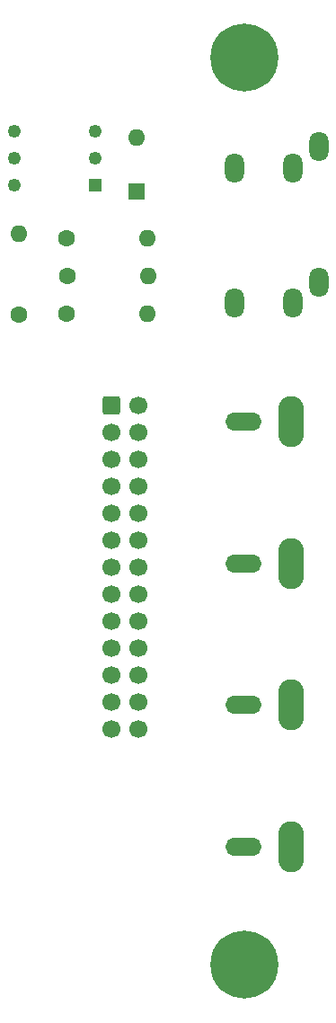
<source format=gbr>
%TF.GenerationSoftware,KiCad,Pcbnew,(6.0.7)*%
%TF.CreationDate,2022-09-20T22:55:45-07:00*%
%TF.ProjectId,waveblaster-to-midi-module,77617665-626c-4617-9374-65722d746f2d,rev?*%
%TF.SameCoordinates,PX525bfc0PY8670810*%
%TF.FileFunction,Soldermask,Top*%
%TF.FilePolarity,Negative*%
%FSLAX46Y46*%
G04 Gerber Fmt 4.6, Leading zero omitted, Abs format (unit mm)*
G04 Created by KiCad (PCBNEW (6.0.7)) date 2022-09-20 22:55:45*
%MOMM*%
%LPD*%
G01*
G04 APERTURE LIST*
G04 Aperture macros list*
%AMRoundRect*
0 Rectangle with rounded corners*
0 $1 Rounding radius*
0 $2 $3 $4 $5 $6 $7 $8 $9 X,Y pos of 4 corners*
0 Add a 4 corners polygon primitive as box body*
4,1,4,$2,$3,$4,$5,$6,$7,$8,$9,$2,$3,0*
0 Add four circle primitives for the rounded corners*
1,1,$1+$1,$2,$3*
1,1,$1+$1,$4,$5*
1,1,$1+$1,$6,$7*
1,1,$1+$1,$8,$9*
0 Add four rect primitives between the rounded corners*
20,1,$1+$1,$2,$3,$4,$5,0*
20,1,$1+$1,$4,$5,$6,$7,0*
20,1,$1+$1,$6,$7,$8,$9,0*
20,1,$1+$1,$8,$9,$2,$3,0*%
G04 Aperture macros list end*
%ADD10RoundRect,0.250000X-0.600000X-0.600000X0.600000X-0.600000X0.600000X0.600000X-0.600000X0.600000X0*%
%ADD11C,1.700000*%
%ADD12C,6.400000*%
%ADD13O,1.800000X2.800000*%
%ADD14C,1.600000*%
%ADD15O,1.600000X1.600000*%
%ADD16R,1.248000X1.248000*%
%ADD17C,1.248000*%
%ADD18O,2.400000X4.800000*%
%ADD19O,3.400000X1.700000*%
%ADD20R,1.600000X1.600000*%
G04 APERTURE END LIST*
D10*
%TO.C,J7*%
X168700000Y-89800000D03*
D11*
X171240000Y-89800000D03*
X168700000Y-92340000D03*
X171240000Y-92340000D03*
X168700000Y-94880000D03*
X171240000Y-94880000D03*
X168700000Y-97420000D03*
X171240000Y-97420000D03*
X168700000Y-99960000D03*
X171240000Y-99960000D03*
X168700000Y-102500000D03*
X171240000Y-102500000D03*
X168700000Y-105040000D03*
X171240000Y-105040000D03*
X168700000Y-107580000D03*
X171240000Y-107580000D03*
X168700000Y-110120000D03*
X171240000Y-110120000D03*
X168700000Y-112660000D03*
X171240000Y-112660000D03*
X168700000Y-115200000D03*
X171240000Y-115200000D03*
X168700000Y-117740000D03*
X171240000Y-117740000D03*
X168700000Y-120280000D03*
X171240000Y-120280000D03*
%TD*%
D12*
%TO.C,H1*%
X181216000Y-57100000D03*
X181216000Y-142500000D03*
%TD*%
D13*
%TO.C,J1*%
X180300000Y-80190000D03*
X188200000Y-78190000D03*
X185800000Y-80190000D03*
%TD*%
D14*
%TO.C,R4*%
X164490000Y-77600000D03*
D15*
X172110000Y-77600000D03*
%TD*%
D16*
%TO.C,U1*%
X167160000Y-69100000D03*
D17*
X167160000Y-66560000D03*
X167160000Y-64020000D03*
X159540000Y-64020000D03*
X159540000Y-66560000D03*
X159540000Y-69100000D03*
%TD*%
D18*
%TO.C,J3*%
X185580000Y-118050000D03*
D19*
X181080000Y-118050000D03*
%TD*%
D14*
%TO.C,R3*%
X164440000Y-81190000D03*
D15*
X172060000Y-81190000D03*
%TD*%
D20*
%TO.C,D1*%
X171070000Y-69649300D03*
D15*
X171070000Y-64569300D03*
%TD*%
D13*
%TO.C,J2*%
X180300000Y-67480000D03*
X188200000Y-65480000D03*
X185800000Y-67480000D03*
%TD*%
D18*
%TO.C,J4*%
X185580000Y-131400000D03*
D19*
X181080000Y-131400000D03*
%TD*%
D14*
%TO.C,R2*%
X164440000Y-74060000D03*
D15*
X172060000Y-74060000D03*
%TD*%
D18*
%TO.C,J5*%
X185580000Y-91350000D03*
D19*
X181080000Y-91350000D03*
%TD*%
D14*
%TO.C,R1*%
X159930000Y-81240000D03*
D15*
X159930000Y-73620000D03*
%TD*%
D18*
%TO.C,J6*%
X185580000Y-104700000D03*
D19*
X181080000Y-104700000D03*
%TD*%
M02*

</source>
